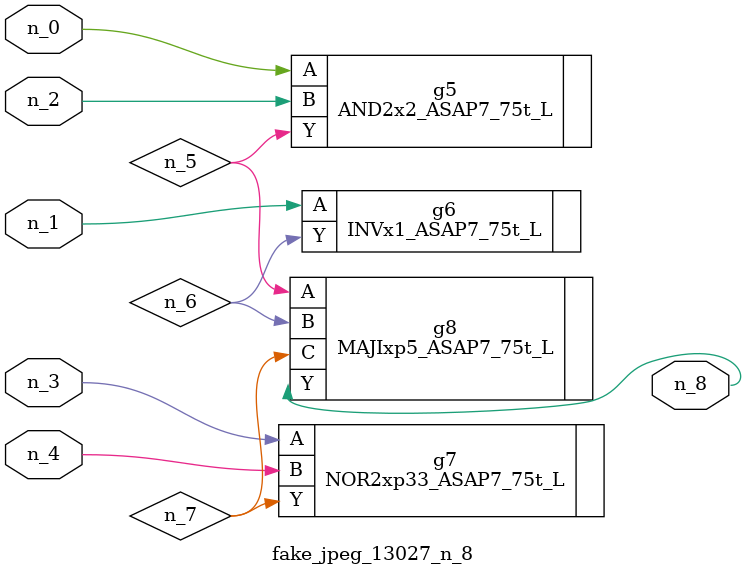
<source format=v>
module fake_jpeg_13027_n_8 (n_3, n_2, n_1, n_0, n_4, n_8);

input n_3;
input n_2;
input n_1;
input n_0;
input n_4;

output n_8;

wire n_6;
wire n_5;
wire n_7;

AND2x2_ASAP7_75t_L g5 ( 
.A(n_0),
.B(n_2),
.Y(n_5)
);

INVx1_ASAP7_75t_L g6 ( 
.A(n_1),
.Y(n_6)
);

NOR2xp33_ASAP7_75t_L g7 ( 
.A(n_3),
.B(n_4),
.Y(n_7)
);

MAJIxp5_ASAP7_75t_L g8 ( 
.A(n_5),
.B(n_6),
.C(n_7),
.Y(n_8)
);


endmodule
</source>
